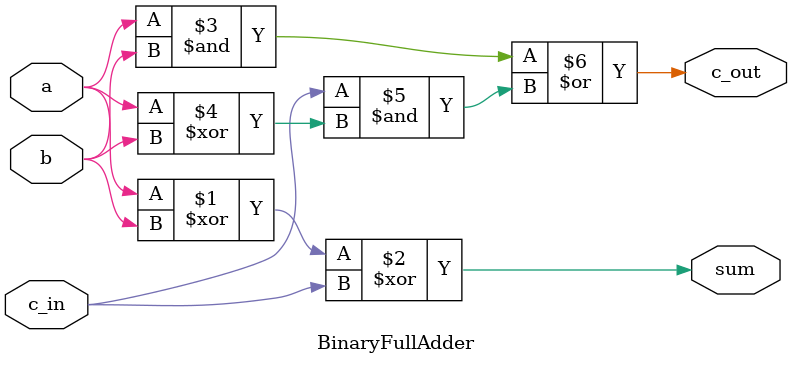
<source format=v>
module BinaryFullAdder(
  input wire a
  , input wire b
  , input wire c_in
  , output wire sum
  , output wire c_out
);

assign sum = a ^ b ^ c_in;    //summation
assign c_out = ((a & b) | (c_in & (a ^ b)));    //carry out

endmodule
</source>
